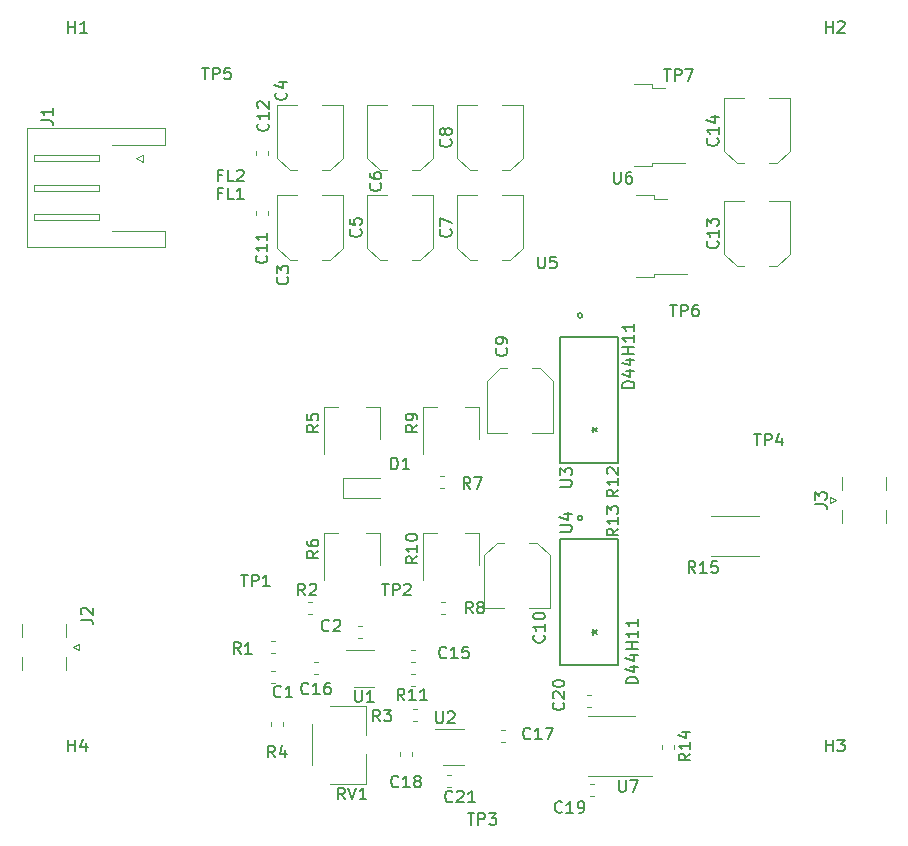
<source format=gto>
G04 #@! TF.GenerationSoftware,KiCad,Pcbnew,(5.1.5)-3*
G04 #@! TF.CreationDate,2020-02-06T00:19:04+09:00*
G04 #@! TF.ProjectId,GradientDriver,47726164-6965-46e7-9444-72697665722e,rev?*
G04 #@! TF.SameCoordinates,Original*
G04 #@! TF.FileFunction,Legend,Top*
G04 #@! TF.FilePolarity,Positive*
%FSLAX46Y46*%
G04 Gerber Fmt 4.6, Leading zero omitted, Abs format (unit mm)*
G04 Created by KiCad (PCBNEW (5.1.5)-3) date 2020-02-06 00:19:04*
%MOMM*%
%LPD*%
G04 APERTURE LIST*
%ADD10C,0.120000*%
%ADD11C,0.152400*%
%ADD12C,0.150000*%
G04 APERTURE END LIST*
D10*
X56828000Y-87962000D02*
X56828000Y-89072000D01*
X56828000Y-85172000D02*
X56828000Y-86282000D01*
X53118000Y-87962000D02*
X53118000Y-89072000D01*
X53118000Y-85172000D02*
X53118000Y-86282000D01*
X57378000Y-87122000D02*
X57878000Y-87372000D01*
X57878000Y-87372000D02*
X57878000Y-86872000D01*
X57878000Y-86872000D02*
X57378000Y-87122000D01*
X53504000Y-48220000D02*
X53504000Y-43160000D01*
X53504000Y-43160000D02*
X65224000Y-43160000D01*
X65224000Y-43160000D02*
X65224000Y-44580000D01*
X65224000Y-44580000D02*
X60724000Y-44580000D01*
X53504000Y-48220000D02*
X53504000Y-53280000D01*
X53504000Y-53280000D02*
X65224000Y-53280000D01*
X65224000Y-53280000D02*
X65224000Y-51860000D01*
X65224000Y-51860000D02*
X60724000Y-51860000D01*
X59614000Y-45470000D02*
X54114000Y-45470000D01*
X54114000Y-45470000D02*
X54114000Y-45970000D01*
X54114000Y-45970000D02*
X59614000Y-45970000D01*
X59614000Y-45970000D02*
X59614000Y-45470000D01*
X59614000Y-47970000D02*
X54114000Y-47970000D01*
X54114000Y-47970000D02*
X54114000Y-48470000D01*
X54114000Y-48470000D02*
X59614000Y-48470000D01*
X59614000Y-48470000D02*
X59614000Y-47970000D01*
X59614000Y-50470000D02*
X54114000Y-50470000D01*
X54114000Y-50470000D02*
X54114000Y-50970000D01*
X54114000Y-50970000D02*
X59614000Y-50970000D01*
X59614000Y-50970000D02*
X59614000Y-50470000D01*
X62714000Y-45720000D02*
X63314000Y-45420000D01*
X63314000Y-45420000D02*
X63314000Y-46020000D01*
X63314000Y-46020000D02*
X62714000Y-45720000D01*
X122550000Y-73836000D02*
X122550000Y-72726000D01*
X122550000Y-76626000D02*
X122550000Y-75516000D01*
X126260000Y-73836000D02*
X126260000Y-72726000D01*
X126260000Y-76626000D02*
X126260000Y-75516000D01*
X122000000Y-74676000D02*
X121500000Y-74426000D01*
X121500000Y-74426000D02*
X121500000Y-74926000D01*
X121500000Y-74926000D02*
X122000000Y-74676000D01*
X90518500Y-94057500D02*
X88088500Y-94057500D01*
X88758500Y-97127500D02*
X90518500Y-97127500D01*
X80289000Y-72810000D02*
X83439000Y-72810000D01*
X80289000Y-74510000D02*
X83439000Y-74510000D01*
X80289000Y-72810000D02*
X80289000Y-74510000D01*
X77661500Y-97080000D02*
X77661500Y-93670000D01*
X82221500Y-98670000D02*
X82221500Y-96210000D01*
X82221500Y-94540000D02*
X82221500Y-92080000D01*
X79167500Y-98670000D02*
X82221500Y-98670000D01*
X79167500Y-92080000D02*
X82221500Y-92080000D01*
X115529564Y-76014000D02*
X111425436Y-76014000D01*
X115529564Y-79434000D02*
X111425436Y-79434000D01*
X87008000Y-77468000D02*
X88208000Y-77468000D01*
X87008000Y-81468000D02*
X87008000Y-77468000D01*
X91808000Y-77468000D02*
X91808000Y-80168000D01*
X90608000Y-77468000D02*
X91808000Y-77468000D01*
X87008000Y-66800000D02*
X88208000Y-66800000D01*
X87008000Y-70800000D02*
X87008000Y-66800000D01*
X91808000Y-66800000D02*
X91808000Y-69500000D01*
X90608000Y-66800000D02*
X91808000Y-66800000D01*
X78626000Y-77468000D02*
X79826000Y-77468000D01*
X78626000Y-81468000D02*
X78626000Y-77468000D01*
X83426000Y-77468000D02*
X83426000Y-80168000D01*
X82226000Y-77468000D02*
X83426000Y-77468000D01*
X78626000Y-66800000D02*
X79826000Y-66800000D01*
X78626000Y-70800000D02*
X78626000Y-66800000D01*
X83426000Y-66800000D02*
X83426000Y-69500000D01*
X82226000Y-66800000D02*
X83426000Y-66800000D01*
X92236000Y-83816500D02*
X93936000Y-83816500D01*
X97756000Y-83816500D02*
X96056000Y-83816500D01*
X97756000Y-79360937D02*
X97756000Y-83816500D01*
X92236000Y-79360937D02*
X92236000Y-83816500D01*
X93300437Y-78296500D02*
X93936000Y-78296500D01*
X96691563Y-78296500D02*
X96056000Y-78296500D01*
X96691563Y-78296500D02*
X97756000Y-79360937D01*
X93300437Y-78296500D02*
X92236000Y-79360937D01*
X101188733Y-99697000D02*
X101531267Y-99697000D01*
X101188733Y-98677000D02*
X101531267Y-98677000D01*
X101249267Y-92204000D02*
X100906733Y-92204000D01*
X101249267Y-91184000D02*
X100906733Y-91184000D01*
X107313000Y-95788267D02*
X107313000Y-95445733D01*
X108333000Y-95788267D02*
X108333000Y-95445733D01*
X102997000Y-92944000D02*
X101047000Y-92944000D01*
X102997000Y-92944000D02*
X104947000Y-92944000D01*
X102997000Y-98064000D02*
X101047000Y-98064000D01*
X102997000Y-98064000D02*
X106447000Y-98064000D01*
X89374767Y-97978500D02*
X89032233Y-97978500D01*
X89374767Y-98998500D02*
X89032233Y-98998500D01*
X74137733Y-90172000D02*
X74480267Y-90172000D01*
X74137733Y-89152000D02*
X74480267Y-89152000D01*
X81503733Y-85342000D02*
X81846267Y-85342000D01*
X81503733Y-86362000D02*
X81846267Y-86362000D01*
X80230000Y-48832500D02*
X78530000Y-48832500D01*
X74710000Y-48832500D02*
X76410000Y-48832500D01*
X74710000Y-53288063D02*
X74710000Y-48832500D01*
X80230000Y-53288063D02*
X80230000Y-48832500D01*
X79165563Y-54352500D02*
X78530000Y-54352500D01*
X75774437Y-54352500D02*
X76410000Y-54352500D01*
X75774437Y-54352500D02*
X74710000Y-53288063D01*
X79165563Y-54352500D02*
X80230000Y-53288063D01*
X79165563Y-46732500D02*
X80230000Y-45668063D01*
X75774437Y-46732500D02*
X74710000Y-45668063D01*
X75774437Y-46732500D02*
X76410000Y-46732500D01*
X79165563Y-46732500D02*
X78530000Y-46732500D01*
X80230000Y-45668063D02*
X80230000Y-41212500D01*
X74710000Y-45668063D02*
X74710000Y-41212500D01*
X74710000Y-41212500D02*
X76410000Y-41212500D01*
X80230000Y-41212500D02*
X78530000Y-41212500D01*
X86785563Y-54352500D02*
X87850000Y-53288063D01*
X83394437Y-54352500D02*
X82330000Y-53288063D01*
X83394437Y-54352500D02*
X84030000Y-54352500D01*
X86785563Y-54352500D02*
X86150000Y-54352500D01*
X87850000Y-53288063D02*
X87850000Y-48832500D01*
X82330000Y-53288063D02*
X82330000Y-48832500D01*
X82330000Y-48832500D02*
X84030000Y-48832500D01*
X87850000Y-48832500D02*
X86150000Y-48832500D01*
X87850000Y-41212500D02*
X86150000Y-41212500D01*
X82330000Y-41212500D02*
X84030000Y-41212500D01*
X82330000Y-45668063D02*
X82330000Y-41212500D01*
X87850000Y-45668063D02*
X87850000Y-41212500D01*
X86785563Y-46732500D02*
X86150000Y-46732500D01*
X83394437Y-46732500D02*
X84030000Y-46732500D01*
X83394437Y-46732500D02*
X82330000Y-45668063D01*
X86785563Y-46732500D02*
X87850000Y-45668063D01*
X94405563Y-54352500D02*
X95470000Y-53288063D01*
X91014437Y-54352500D02*
X89950000Y-53288063D01*
X91014437Y-54352500D02*
X91650000Y-54352500D01*
X94405563Y-54352500D02*
X93770000Y-54352500D01*
X95470000Y-53288063D02*
X95470000Y-48832500D01*
X89950000Y-53288063D02*
X89950000Y-48832500D01*
X89950000Y-48832500D02*
X91650000Y-48832500D01*
X95470000Y-48832500D02*
X93770000Y-48832500D01*
X95470000Y-41212500D02*
X93770000Y-41212500D01*
X89950000Y-41212500D02*
X91650000Y-41212500D01*
X89950000Y-45668063D02*
X89950000Y-41212500D01*
X95470000Y-45668063D02*
X95470000Y-41212500D01*
X94405563Y-46732500D02*
X93770000Y-46732500D01*
X91014437Y-46732500D02*
X91650000Y-46732500D01*
X91014437Y-46732500D02*
X89950000Y-45668063D01*
X94405563Y-46732500D02*
X95470000Y-45668063D01*
X93554437Y-63503500D02*
X92490000Y-64567937D01*
X96945563Y-63503500D02*
X98010000Y-64567937D01*
X96945563Y-63503500D02*
X96310000Y-63503500D01*
X93554437Y-63503500D02*
X94190000Y-63503500D01*
X92490000Y-64567937D02*
X92490000Y-69023500D01*
X98010000Y-64567937D02*
X98010000Y-69023500D01*
X98010000Y-69023500D02*
X96310000Y-69023500D01*
X92490000Y-69023500D02*
X94190000Y-69023500D01*
X72896000Y-50576267D02*
X72896000Y-50233733D01*
X73916000Y-50576267D02*
X73916000Y-50233733D01*
X73916000Y-45496267D02*
X73916000Y-45153733D01*
X72896000Y-45496267D02*
X72896000Y-45153733D01*
X118076000Y-49340500D02*
X116376000Y-49340500D01*
X112556000Y-49340500D02*
X114256000Y-49340500D01*
X112556000Y-53796063D02*
X112556000Y-49340500D01*
X118076000Y-53796063D02*
X118076000Y-49340500D01*
X117011563Y-54860500D02*
X116376000Y-54860500D01*
X113620437Y-54860500D02*
X114256000Y-54860500D01*
X113620437Y-54860500D02*
X112556000Y-53796063D01*
X117011563Y-54860500D02*
X118076000Y-53796063D01*
X117011563Y-46163500D02*
X118076000Y-45099063D01*
X113620437Y-46163500D02*
X112556000Y-45099063D01*
X113620437Y-46163500D02*
X114256000Y-46163500D01*
X117011563Y-46163500D02*
X116376000Y-46163500D01*
X118076000Y-45099063D02*
X118076000Y-40643500D01*
X112556000Y-45099063D02*
X112556000Y-40643500D01*
X112556000Y-40643500D02*
X114256000Y-40643500D01*
X118076000Y-40643500D02*
X116376000Y-40643500D01*
X86047733Y-87374000D02*
X86390267Y-87374000D01*
X86047733Y-88394000D02*
X86390267Y-88394000D01*
X77792733Y-89410000D02*
X78135267Y-89410000D01*
X77792733Y-88390000D02*
X78135267Y-88390000D01*
X93632233Y-95125000D02*
X93974767Y-95125000D01*
X93632233Y-94105000D02*
X93974767Y-94105000D01*
X85088000Y-96324267D02*
X85088000Y-95981733D01*
X86108000Y-96324267D02*
X86108000Y-95981733D01*
X74480267Y-87632000D02*
X74137733Y-87632000D01*
X74480267Y-86612000D02*
X74137733Y-86612000D01*
X77284733Y-83310000D02*
X77627267Y-83310000D01*
X77284733Y-84330000D02*
X77627267Y-84330000D01*
X86545267Y-92327000D02*
X86202733Y-92327000D01*
X86545267Y-93347000D02*
X86202733Y-93347000D01*
X74166000Y-93784267D02*
X74166000Y-93441733D01*
X75186000Y-93784267D02*
X75186000Y-93441733D01*
X88831267Y-73662000D02*
X88488733Y-73662000D01*
X88831267Y-72642000D02*
X88488733Y-72642000D01*
X88587733Y-84330000D02*
X88930267Y-84330000D01*
X88587733Y-83310000D02*
X88930267Y-83310000D01*
X86390267Y-89406000D02*
X86047733Y-89406000D01*
X86390267Y-90426000D02*
X86047733Y-90426000D01*
X81162000Y-90460000D02*
X82922000Y-90460000D01*
X82922000Y-87390000D02*
X80492000Y-87390000D01*
D11*
X100533200Y-59045000D02*
G75*
G03X100533200Y-59045000I-203200J0D01*
G01*
X103517700Y-60823000D02*
X98666300Y-60823000D01*
X103517700Y-71491000D02*
X103517700Y-60823000D01*
X98666300Y-71491000D02*
X103517700Y-71491000D01*
X98666300Y-60823000D02*
X98666300Y-71491000D01*
X98666300Y-77968000D02*
X98666300Y-88636000D01*
X98666300Y-88636000D02*
X103517700Y-88636000D01*
X103517700Y-88636000D02*
X103517700Y-77968000D01*
X103517700Y-77968000D02*
X98666300Y-77968000D01*
X100533200Y-76190000D02*
G75*
G03X100533200Y-76190000I-203200J0D01*
G01*
D10*
X106575000Y-49144000D02*
X107675000Y-49144000D01*
X106575000Y-48874000D02*
X106575000Y-49144000D01*
X105075000Y-48874000D02*
X106575000Y-48874000D01*
X106575000Y-55504000D02*
X109405000Y-55504000D01*
X106575000Y-55774000D02*
X106575000Y-55504000D01*
X105075000Y-55774000D02*
X106575000Y-55774000D01*
X104924000Y-46376000D02*
X106424000Y-46376000D01*
X106424000Y-46376000D02*
X106424000Y-46106000D01*
X106424000Y-46106000D02*
X109254000Y-46106000D01*
X104924000Y-39476000D02*
X106424000Y-39476000D01*
X106424000Y-39476000D02*
X106424000Y-39746000D01*
X106424000Y-39746000D02*
X107524000Y-39746000D01*
D12*
X57023095Y-95947380D02*
X57023095Y-94947380D01*
X57023095Y-95423571D02*
X57594523Y-95423571D01*
X57594523Y-95947380D02*
X57594523Y-94947380D01*
X58499285Y-95280714D02*
X58499285Y-95947380D01*
X58261190Y-94899761D02*
X58023095Y-95614047D01*
X58642142Y-95614047D01*
X121158095Y-95947380D02*
X121158095Y-94947380D01*
X121158095Y-95423571D02*
X121729523Y-95423571D01*
X121729523Y-95947380D02*
X121729523Y-94947380D01*
X122110476Y-94947380D02*
X122729523Y-94947380D01*
X122396190Y-95328333D01*
X122539047Y-95328333D01*
X122634285Y-95375952D01*
X122681904Y-95423571D01*
X122729523Y-95518809D01*
X122729523Y-95756904D01*
X122681904Y-95852142D01*
X122634285Y-95899761D01*
X122539047Y-95947380D01*
X122253333Y-95947380D01*
X122158095Y-95899761D01*
X122110476Y-95852142D01*
X121158095Y-35114380D02*
X121158095Y-34114380D01*
X121158095Y-34590571D02*
X121729523Y-34590571D01*
X121729523Y-35114380D02*
X121729523Y-34114380D01*
X122158095Y-34209619D02*
X122205714Y-34162000D01*
X122300952Y-34114380D01*
X122539047Y-34114380D01*
X122634285Y-34162000D01*
X122681904Y-34209619D01*
X122729523Y-34304857D01*
X122729523Y-34400095D01*
X122681904Y-34542952D01*
X122110476Y-35114380D01*
X122729523Y-35114380D01*
X57023095Y-35114380D02*
X57023095Y-34114380D01*
X57023095Y-34590571D02*
X57594523Y-34590571D01*
X57594523Y-35114380D02*
X57594523Y-34114380D01*
X58594523Y-35114380D02*
X58023095Y-35114380D01*
X58308809Y-35114380D02*
X58308809Y-34114380D01*
X58213571Y-34257238D01*
X58118333Y-34352476D01*
X58023095Y-34400095D01*
X58070380Y-84788333D02*
X58784666Y-84788333D01*
X58927523Y-84835952D01*
X59022761Y-84931190D01*
X59070380Y-85074047D01*
X59070380Y-85169285D01*
X58165619Y-84359761D02*
X58118000Y-84312142D01*
X58070380Y-84216904D01*
X58070380Y-83978809D01*
X58118000Y-83883571D01*
X58165619Y-83835952D01*
X58260857Y-83788333D01*
X58356095Y-83788333D01*
X58498952Y-83835952D01*
X59070380Y-84407380D01*
X59070380Y-83788333D01*
X54697380Y-42497333D02*
X55411666Y-42497333D01*
X55554523Y-42544952D01*
X55649761Y-42640190D01*
X55697380Y-42783047D01*
X55697380Y-42878285D01*
X55697380Y-41497333D02*
X55697380Y-42068761D01*
X55697380Y-41783047D02*
X54697380Y-41783047D01*
X54840238Y-41878285D01*
X54935476Y-41973523D01*
X54983095Y-42068761D01*
X120212380Y-75009333D02*
X120926666Y-75009333D01*
X121069523Y-75056952D01*
X121164761Y-75152190D01*
X121212380Y-75295047D01*
X121212380Y-75390285D01*
X120212380Y-74628380D02*
X120212380Y-74009333D01*
X120593333Y-74342666D01*
X120593333Y-74199809D01*
X120640952Y-74104571D01*
X120688571Y-74056952D01*
X120783809Y-74009333D01*
X121021904Y-74009333D01*
X121117142Y-74056952D01*
X121164761Y-74104571D01*
X121212380Y-74199809D01*
X121212380Y-74485523D01*
X121164761Y-74580761D01*
X121117142Y-74628380D01*
X107450095Y-38187380D02*
X108021523Y-38187380D01*
X107735809Y-39187380D02*
X107735809Y-38187380D01*
X108354857Y-39187380D02*
X108354857Y-38187380D01*
X108735809Y-38187380D01*
X108831047Y-38235000D01*
X108878666Y-38282619D01*
X108926285Y-38377857D01*
X108926285Y-38520714D01*
X108878666Y-38615952D01*
X108831047Y-38663571D01*
X108735809Y-38711190D01*
X108354857Y-38711190D01*
X109259619Y-38187380D02*
X109926285Y-38187380D01*
X109497714Y-39187380D01*
X107958095Y-58126380D02*
X108529523Y-58126380D01*
X108243809Y-59126380D02*
X108243809Y-58126380D01*
X108862857Y-59126380D02*
X108862857Y-58126380D01*
X109243809Y-58126380D01*
X109339047Y-58174000D01*
X109386666Y-58221619D01*
X109434285Y-58316857D01*
X109434285Y-58459714D01*
X109386666Y-58554952D01*
X109339047Y-58602571D01*
X109243809Y-58650190D01*
X108862857Y-58650190D01*
X110291428Y-58126380D02*
X110100952Y-58126380D01*
X110005714Y-58174000D01*
X109958095Y-58221619D01*
X109862857Y-58364476D01*
X109815238Y-58554952D01*
X109815238Y-58935904D01*
X109862857Y-59031142D01*
X109910476Y-59078761D01*
X110005714Y-59126380D01*
X110196190Y-59126380D01*
X110291428Y-59078761D01*
X110339047Y-59031142D01*
X110386666Y-58935904D01*
X110386666Y-58697809D01*
X110339047Y-58602571D01*
X110291428Y-58554952D01*
X110196190Y-58507333D01*
X110005714Y-58507333D01*
X109910476Y-58554952D01*
X109862857Y-58602571D01*
X109815238Y-58697809D01*
X68334095Y-38060380D02*
X68905523Y-38060380D01*
X68619809Y-39060380D02*
X68619809Y-38060380D01*
X69238857Y-39060380D02*
X69238857Y-38060380D01*
X69619809Y-38060380D01*
X69715047Y-38108000D01*
X69762666Y-38155619D01*
X69810285Y-38250857D01*
X69810285Y-38393714D01*
X69762666Y-38488952D01*
X69715047Y-38536571D01*
X69619809Y-38584190D01*
X69238857Y-38584190D01*
X70715047Y-38060380D02*
X70238857Y-38060380D01*
X70191238Y-38536571D01*
X70238857Y-38488952D01*
X70334095Y-38441333D01*
X70572190Y-38441333D01*
X70667428Y-38488952D01*
X70715047Y-38536571D01*
X70762666Y-38631809D01*
X70762666Y-38869904D01*
X70715047Y-38965142D01*
X70667428Y-39012761D01*
X70572190Y-39060380D01*
X70334095Y-39060380D01*
X70238857Y-39012761D01*
X70191238Y-38965142D01*
X115070095Y-69048380D02*
X115641523Y-69048380D01*
X115355809Y-70048380D02*
X115355809Y-69048380D01*
X115974857Y-70048380D02*
X115974857Y-69048380D01*
X116355809Y-69048380D01*
X116451047Y-69096000D01*
X116498666Y-69143619D01*
X116546285Y-69238857D01*
X116546285Y-69381714D01*
X116498666Y-69476952D01*
X116451047Y-69524571D01*
X116355809Y-69572190D01*
X115974857Y-69572190D01*
X117403428Y-69381714D02*
X117403428Y-70048380D01*
X117165333Y-69000761D02*
X116927238Y-69715047D01*
X117546285Y-69715047D01*
X90813095Y-101179380D02*
X91384523Y-101179380D01*
X91098809Y-102179380D02*
X91098809Y-101179380D01*
X91717857Y-102179380D02*
X91717857Y-101179380D01*
X92098809Y-101179380D01*
X92194047Y-101227000D01*
X92241666Y-101274619D01*
X92289285Y-101369857D01*
X92289285Y-101512714D01*
X92241666Y-101607952D01*
X92194047Y-101655571D01*
X92098809Y-101703190D01*
X91717857Y-101703190D01*
X92622619Y-101179380D02*
X93241666Y-101179380D01*
X92908333Y-101560333D01*
X93051190Y-101560333D01*
X93146428Y-101607952D01*
X93194047Y-101655571D01*
X93241666Y-101750809D01*
X93241666Y-101988904D01*
X93194047Y-102084142D01*
X93146428Y-102131761D01*
X93051190Y-102179380D01*
X92765476Y-102179380D01*
X92670238Y-102131761D01*
X92622619Y-102084142D01*
X83574095Y-81748380D02*
X84145523Y-81748380D01*
X83859809Y-82748380D02*
X83859809Y-81748380D01*
X84478857Y-82748380D02*
X84478857Y-81748380D01*
X84859809Y-81748380D01*
X84955047Y-81796000D01*
X85002666Y-81843619D01*
X85050285Y-81938857D01*
X85050285Y-82081714D01*
X85002666Y-82176952D01*
X84955047Y-82224571D01*
X84859809Y-82272190D01*
X84478857Y-82272190D01*
X85431238Y-81843619D02*
X85478857Y-81796000D01*
X85574095Y-81748380D01*
X85812190Y-81748380D01*
X85907428Y-81796000D01*
X85955047Y-81843619D01*
X86002666Y-81938857D01*
X86002666Y-82034095D01*
X85955047Y-82176952D01*
X85383619Y-82748380D01*
X86002666Y-82748380D01*
X71636095Y-80986380D02*
X72207523Y-80986380D01*
X71921809Y-81986380D02*
X71921809Y-80986380D01*
X72540857Y-81986380D02*
X72540857Y-80986380D01*
X72921809Y-80986380D01*
X73017047Y-81034000D01*
X73064666Y-81081619D01*
X73112285Y-81176857D01*
X73112285Y-81319714D01*
X73064666Y-81414952D01*
X73017047Y-81462571D01*
X72921809Y-81510190D01*
X72540857Y-81510190D01*
X74064666Y-81986380D02*
X73493238Y-81986380D01*
X73778952Y-81986380D02*
X73778952Y-80986380D01*
X73683714Y-81129238D01*
X73588476Y-81224476D01*
X73493238Y-81272095D01*
X103576380Y-77096857D02*
X103100190Y-77430190D01*
X103576380Y-77668285D02*
X102576380Y-77668285D01*
X102576380Y-77287333D01*
X102624000Y-77192095D01*
X102671619Y-77144476D01*
X102766857Y-77096857D01*
X102909714Y-77096857D01*
X103004952Y-77144476D01*
X103052571Y-77192095D01*
X103100190Y-77287333D01*
X103100190Y-77668285D01*
X103576380Y-76144476D02*
X103576380Y-76715904D01*
X103576380Y-76430190D02*
X102576380Y-76430190D01*
X102719238Y-76525428D01*
X102814476Y-76620666D01*
X102862095Y-76715904D01*
X102576380Y-75811142D02*
X102576380Y-75192095D01*
X102957333Y-75525428D01*
X102957333Y-75382571D01*
X103004952Y-75287333D01*
X103052571Y-75239714D01*
X103147809Y-75192095D01*
X103385904Y-75192095D01*
X103481142Y-75239714D01*
X103528761Y-75287333D01*
X103576380Y-75382571D01*
X103576380Y-75668285D01*
X103528761Y-75763523D01*
X103481142Y-75811142D01*
X103576380Y-73794857D02*
X103100190Y-74128190D01*
X103576380Y-74366285D02*
X102576380Y-74366285D01*
X102576380Y-73985333D01*
X102624000Y-73890095D01*
X102671619Y-73842476D01*
X102766857Y-73794857D01*
X102909714Y-73794857D01*
X103004952Y-73842476D01*
X103052571Y-73890095D01*
X103100190Y-73985333D01*
X103100190Y-74366285D01*
X103576380Y-72842476D02*
X103576380Y-73413904D01*
X103576380Y-73128190D02*
X102576380Y-73128190D01*
X102719238Y-73223428D01*
X102814476Y-73318666D01*
X102862095Y-73413904D01*
X102671619Y-72461523D02*
X102624000Y-72413904D01*
X102576380Y-72318666D01*
X102576380Y-72080571D01*
X102624000Y-71985333D01*
X102671619Y-71937714D01*
X102766857Y-71890095D01*
X102862095Y-71890095D01*
X103004952Y-71937714D01*
X103576380Y-72509142D01*
X103576380Y-71890095D01*
X88138095Y-92569880D02*
X88138095Y-93379404D01*
X88185714Y-93474642D01*
X88233333Y-93522261D01*
X88328571Y-93569880D01*
X88519047Y-93569880D01*
X88614285Y-93522261D01*
X88661904Y-93474642D01*
X88709523Y-93379404D01*
X88709523Y-92569880D01*
X89138095Y-92665119D02*
X89185714Y-92617500D01*
X89280952Y-92569880D01*
X89519047Y-92569880D01*
X89614285Y-92617500D01*
X89661904Y-92665119D01*
X89709523Y-92760357D01*
X89709523Y-92855595D01*
X89661904Y-92998452D01*
X89090476Y-93569880D01*
X89709523Y-93569880D01*
X84351904Y-72080380D02*
X84351904Y-71080380D01*
X84590000Y-71080380D01*
X84732857Y-71128000D01*
X84828095Y-71223238D01*
X84875714Y-71318476D01*
X84923333Y-71508952D01*
X84923333Y-71651809D01*
X84875714Y-71842285D01*
X84828095Y-71937523D01*
X84732857Y-72032761D01*
X84590000Y-72080380D01*
X84351904Y-72080380D01*
X85875714Y-72080380D02*
X85304285Y-72080380D01*
X85590000Y-72080380D02*
X85590000Y-71080380D01*
X85494761Y-71223238D01*
X85399523Y-71318476D01*
X85304285Y-71366095D01*
X80430761Y-100020380D02*
X80097428Y-99544190D01*
X79859333Y-100020380D02*
X79859333Y-99020380D01*
X80240285Y-99020380D01*
X80335523Y-99068000D01*
X80383142Y-99115619D01*
X80430761Y-99210857D01*
X80430761Y-99353714D01*
X80383142Y-99448952D01*
X80335523Y-99496571D01*
X80240285Y-99544190D01*
X79859333Y-99544190D01*
X80716476Y-99020380D02*
X81049809Y-100020380D01*
X81383142Y-99020380D01*
X82240285Y-100020380D02*
X81668857Y-100020380D01*
X81954571Y-100020380D02*
X81954571Y-99020380D01*
X81859333Y-99163238D01*
X81764095Y-99258476D01*
X81668857Y-99306095D01*
X110101142Y-80843380D02*
X109767809Y-80367190D01*
X109529714Y-80843380D02*
X109529714Y-79843380D01*
X109910666Y-79843380D01*
X110005904Y-79891000D01*
X110053523Y-79938619D01*
X110101142Y-80033857D01*
X110101142Y-80176714D01*
X110053523Y-80271952D01*
X110005904Y-80319571D01*
X109910666Y-80367190D01*
X109529714Y-80367190D01*
X111053523Y-80843380D02*
X110482095Y-80843380D01*
X110767809Y-80843380D02*
X110767809Y-79843380D01*
X110672571Y-79986238D01*
X110577333Y-80081476D01*
X110482095Y-80129095D01*
X111958285Y-79843380D02*
X111482095Y-79843380D01*
X111434476Y-80319571D01*
X111482095Y-80271952D01*
X111577333Y-80224333D01*
X111815428Y-80224333D01*
X111910666Y-80271952D01*
X111958285Y-80319571D01*
X112005904Y-80414809D01*
X112005904Y-80652904D01*
X111958285Y-80748142D01*
X111910666Y-80795761D01*
X111815428Y-80843380D01*
X111577333Y-80843380D01*
X111482095Y-80795761D01*
X111434476Y-80748142D01*
X86560380Y-79440857D02*
X86084190Y-79774190D01*
X86560380Y-80012285D02*
X85560380Y-80012285D01*
X85560380Y-79631333D01*
X85608000Y-79536095D01*
X85655619Y-79488476D01*
X85750857Y-79440857D01*
X85893714Y-79440857D01*
X85988952Y-79488476D01*
X86036571Y-79536095D01*
X86084190Y-79631333D01*
X86084190Y-80012285D01*
X86560380Y-78488476D02*
X86560380Y-79059904D01*
X86560380Y-78774190D02*
X85560380Y-78774190D01*
X85703238Y-78869428D01*
X85798476Y-78964666D01*
X85846095Y-79059904D01*
X85560380Y-77869428D02*
X85560380Y-77774190D01*
X85608000Y-77678952D01*
X85655619Y-77631333D01*
X85750857Y-77583714D01*
X85941333Y-77536095D01*
X86179428Y-77536095D01*
X86369904Y-77583714D01*
X86465142Y-77631333D01*
X86512761Y-77678952D01*
X86560380Y-77774190D01*
X86560380Y-77869428D01*
X86512761Y-77964666D01*
X86465142Y-78012285D01*
X86369904Y-78059904D01*
X86179428Y-78107523D01*
X85941333Y-78107523D01*
X85750857Y-78059904D01*
X85655619Y-78012285D01*
X85608000Y-77964666D01*
X85560380Y-77869428D01*
X86560380Y-68296666D02*
X86084190Y-68630000D01*
X86560380Y-68868095D02*
X85560380Y-68868095D01*
X85560380Y-68487142D01*
X85608000Y-68391904D01*
X85655619Y-68344285D01*
X85750857Y-68296666D01*
X85893714Y-68296666D01*
X85988952Y-68344285D01*
X86036571Y-68391904D01*
X86084190Y-68487142D01*
X86084190Y-68868095D01*
X86560380Y-67820476D02*
X86560380Y-67630000D01*
X86512761Y-67534761D01*
X86465142Y-67487142D01*
X86322285Y-67391904D01*
X86131809Y-67344285D01*
X85750857Y-67344285D01*
X85655619Y-67391904D01*
X85608000Y-67439523D01*
X85560380Y-67534761D01*
X85560380Y-67725238D01*
X85608000Y-67820476D01*
X85655619Y-67868095D01*
X85750857Y-67915714D01*
X85988952Y-67915714D01*
X86084190Y-67868095D01*
X86131809Y-67820476D01*
X86179428Y-67725238D01*
X86179428Y-67534761D01*
X86131809Y-67439523D01*
X86084190Y-67391904D01*
X85988952Y-67344285D01*
X78178380Y-78964666D02*
X77702190Y-79298000D01*
X78178380Y-79536095D02*
X77178380Y-79536095D01*
X77178380Y-79155142D01*
X77226000Y-79059904D01*
X77273619Y-79012285D01*
X77368857Y-78964666D01*
X77511714Y-78964666D01*
X77606952Y-79012285D01*
X77654571Y-79059904D01*
X77702190Y-79155142D01*
X77702190Y-79536095D01*
X77178380Y-78107523D02*
X77178380Y-78298000D01*
X77226000Y-78393238D01*
X77273619Y-78440857D01*
X77416476Y-78536095D01*
X77606952Y-78583714D01*
X77987904Y-78583714D01*
X78083142Y-78536095D01*
X78130761Y-78488476D01*
X78178380Y-78393238D01*
X78178380Y-78202761D01*
X78130761Y-78107523D01*
X78083142Y-78059904D01*
X77987904Y-78012285D01*
X77749809Y-78012285D01*
X77654571Y-78059904D01*
X77606952Y-78107523D01*
X77559333Y-78202761D01*
X77559333Y-78393238D01*
X77606952Y-78488476D01*
X77654571Y-78536095D01*
X77749809Y-78583714D01*
X78178380Y-68296666D02*
X77702190Y-68630000D01*
X78178380Y-68868095D02*
X77178380Y-68868095D01*
X77178380Y-68487142D01*
X77226000Y-68391904D01*
X77273619Y-68344285D01*
X77368857Y-68296666D01*
X77511714Y-68296666D01*
X77606952Y-68344285D01*
X77654571Y-68391904D01*
X77702190Y-68487142D01*
X77702190Y-68868095D01*
X77178380Y-67391904D02*
X77178380Y-67868095D01*
X77654571Y-67915714D01*
X77606952Y-67868095D01*
X77559333Y-67772857D01*
X77559333Y-67534761D01*
X77606952Y-67439523D01*
X77654571Y-67391904D01*
X77749809Y-67344285D01*
X77987904Y-67344285D01*
X78083142Y-67391904D01*
X78130761Y-67439523D01*
X78178380Y-67534761D01*
X78178380Y-67772857D01*
X78130761Y-67868095D01*
X78083142Y-67915714D01*
X97258142Y-86113857D02*
X97305761Y-86161476D01*
X97353380Y-86304333D01*
X97353380Y-86399571D01*
X97305761Y-86542428D01*
X97210523Y-86637666D01*
X97115285Y-86685285D01*
X96924809Y-86732904D01*
X96781952Y-86732904D01*
X96591476Y-86685285D01*
X96496238Y-86637666D01*
X96401000Y-86542428D01*
X96353380Y-86399571D01*
X96353380Y-86304333D01*
X96401000Y-86161476D01*
X96448619Y-86113857D01*
X97353380Y-85161476D02*
X97353380Y-85732904D01*
X97353380Y-85447190D02*
X96353380Y-85447190D01*
X96496238Y-85542428D01*
X96591476Y-85637666D01*
X96639095Y-85732904D01*
X96353380Y-84542428D02*
X96353380Y-84447190D01*
X96401000Y-84351952D01*
X96448619Y-84304333D01*
X96543857Y-84256714D01*
X96734333Y-84209095D01*
X96972428Y-84209095D01*
X97162904Y-84256714D01*
X97258142Y-84304333D01*
X97305761Y-84351952D01*
X97353380Y-84447190D01*
X97353380Y-84542428D01*
X97305761Y-84637666D01*
X97258142Y-84685285D01*
X97162904Y-84732904D01*
X96972428Y-84780523D01*
X96734333Y-84780523D01*
X96543857Y-84732904D01*
X96448619Y-84685285D01*
X96401000Y-84637666D01*
X96353380Y-84542428D01*
X98798142Y-101068142D02*
X98750523Y-101115761D01*
X98607666Y-101163380D01*
X98512428Y-101163380D01*
X98369571Y-101115761D01*
X98274333Y-101020523D01*
X98226714Y-100925285D01*
X98179095Y-100734809D01*
X98179095Y-100591952D01*
X98226714Y-100401476D01*
X98274333Y-100306238D01*
X98369571Y-100211000D01*
X98512428Y-100163380D01*
X98607666Y-100163380D01*
X98750523Y-100211000D01*
X98798142Y-100258619D01*
X99750523Y-101163380D02*
X99179095Y-101163380D01*
X99464809Y-101163380D02*
X99464809Y-100163380D01*
X99369571Y-100306238D01*
X99274333Y-100401476D01*
X99179095Y-100449095D01*
X100226714Y-101163380D02*
X100417190Y-101163380D01*
X100512428Y-101115761D01*
X100560047Y-101068142D01*
X100655285Y-100925285D01*
X100702904Y-100734809D01*
X100702904Y-100353857D01*
X100655285Y-100258619D01*
X100607666Y-100211000D01*
X100512428Y-100163380D01*
X100321952Y-100163380D01*
X100226714Y-100211000D01*
X100179095Y-100258619D01*
X100131476Y-100353857D01*
X100131476Y-100591952D01*
X100179095Y-100687190D01*
X100226714Y-100734809D01*
X100321952Y-100782428D01*
X100512428Y-100782428D01*
X100607666Y-100734809D01*
X100655285Y-100687190D01*
X100702904Y-100591952D01*
X98909142Y-91828857D02*
X98956761Y-91876476D01*
X99004380Y-92019333D01*
X99004380Y-92114571D01*
X98956761Y-92257428D01*
X98861523Y-92352666D01*
X98766285Y-92400285D01*
X98575809Y-92447904D01*
X98432952Y-92447904D01*
X98242476Y-92400285D01*
X98147238Y-92352666D01*
X98052000Y-92257428D01*
X98004380Y-92114571D01*
X98004380Y-92019333D01*
X98052000Y-91876476D01*
X98099619Y-91828857D01*
X98099619Y-91447904D02*
X98052000Y-91400285D01*
X98004380Y-91305047D01*
X98004380Y-91066952D01*
X98052000Y-90971714D01*
X98099619Y-90924095D01*
X98194857Y-90876476D01*
X98290095Y-90876476D01*
X98432952Y-90924095D01*
X99004380Y-91495523D01*
X99004380Y-90876476D01*
X98004380Y-90257428D02*
X98004380Y-90162190D01*
X98052000Y-90066952D01*
X98099619Y-90019333D01*
X98194857Y-89971714D01*
X98385333Y-89924095D01*
X98623428Y-89924095D01*
X98813904Y-89971714D01*
X98909142Y-90019333D01*
X98956761Y-90066952D01*
X99004380Y-90162190D01*
X99004380Y-90257428D01*
X98956761Y-90352666D01*
X98909142Y-90400285D01*
X98813904Y-90447904D01*
X98623428Y-90495523D01*
X98385333Y-90495523D01*
X98194857Y-90447904D01*
X98099619Y-90400285D01*
X98052000Y-90352666D01*
X98004380Y-90257428D01*
X109672380Y-96146857D02*
X109196190Y-96480190D01*
X109672380Y-96718285D02*
X108672380Y-96718285D01*
X108672380Y-96337333D01*
X108720000Y-96242095D01*
X108767619Y-96194476D01*
X108862857Y-96146857D01*
X109005714Y-96146857D01*
X109100952Y-96194476D01*
X109148571Y-96242095D01*
X109196190Y-96337333D01*
X109196190Y-96718285D01*
X109672380Y-95194476D02*
X109672380Y-95765904D01*
X109672380Y-95480190D02*
X108672380Y-95480190D01*
X108815238Y-95575428D01*
X108910476Y-95670666D01*
X108958095Y-95765904D01*
X109005714Y-94337333D02*
X109672380Y-94337333D01*
X108624761Y-94575428D02*
X109339047Y-94813523D01*
X109339047Y-94194476D01*
X103632095Y-98385380D02*
X103632095Y-99194904D01*
X103679714Y-99290142D01*
X103727333Y-99337761D01*
X103822571Y-99385380D01*
X104013047Y-99385380D01*
X104108285Y-99337761D01*
X104155904Y-99290142D01*
X104203523Y-99194904D01*
X104203523Y-98385380D01*
X104584476Y-98385380D02*
X105251142Y-98385380D01*
X104822571Y-99385380D01*
X89527142Y-100179142D02*
X89479523Y-100226761D01*
X89336666Y-100274380D01*
X89241428Y-100274380D01*
X89098571Y-100226761D01*
X89003333Y-100131523D01*
X88955714Y-100036285D01*
X88908095Y-99845809D01*
X88908095Y-99702952D01*
X88955714Y-99512476D01*
X89003333Y-99417238D01*
X89098571Y-99322000D01*
X89241428Y-99274380D01*
X89336666Y-99274380D01*
X89479523Y-99322000D01*
X89527142Y-99369619D01*
X89908095Y-99369619D02*
X89955714Y-99322000D01*
X90050952Y-99274380D01*
X90289047Y-99274380D01*
X90384285Y-99322000D01*
X90431904Y-99369619D01*
X90479523Y-99464857D01*
X90479523Y-99560095D01*
X90431904Y-99702952D01*
X89860476Y-100274380D01*
X90479523Y-100274380D01*
X91431904Y-100274380D02*
X90860476Y-100274380D01*
X91146190Y-100274380D02*
X91146190Y-99274380D01*
X91050952Y-99417238D01*
X90955714Y-99512476D01*
X90860476Y-99560095D01*
X70000904Y-47172571D02*
X69667571Y-47172571D01*
X69667571Y-47696380D02*
X69667571Y-46696380D01*
X70143761Y-46696380D01*
X71000904Y-47696380D02*
X70524714Y-47696380D01*
X70524714Y-46696380D01*
X71286619Y-46791619D02*
X71334238Y-46744000D01*
X71429476Y-46696380D01*
X71667571Y-46696380D01*
X71762809Y-46744000D01*
X71810428Y-46791619D01*
X71858047Y-46886857D01*
X71858047Y-46982095D01*
X71810428Y-47124952D01*
X71239000Y-47696380D01*
X71858047Y-47696380D01*
X70000904Y-48696571D02*
X69667571Y-48696571D01*
X69667571Y-49220380D02*
X69667571Y-48220380D01*
X70143761Y-48220380D01*
X71000904Y-49220380D02*
X70524714Y-49220380D01*
X70524714Y-48220380D01*
X71858047Y-49220380D02*
X71286619Y-49220380D01*
X71572333Y-49220380D02*
X71572333Y-48220380D01*
X71477095Y-48363238D01*
X71381857Y-48458476D01*
X71286619Y-48506095D01*
X75017333Y-91289142D02*
X74969714Y-91336761D01*
X74826857Y-91384380D01*
X74731619Y-91384380D01*
X74588761Y-91336761D01*
X74493523Y-91241523D01*
X74445904Y-91146285D01*
X74398285Y-90955809D01*
X74398285Y-90812952D01*
X74445904Y-90622476D01*
X74493523Y-90527238D01*
X74588761Y-90432000D01*
X74731619Y-90384380D01*
X74826857Y-90384380D01*
X74969714Y-90432000D01*
X75017333Y-90479619D01*
X75969714Y-91384380D02*
X75398285Y-91384380D01*
X75684000Y-91384380D02*
X75684000Y-90384380D01*
X75588761Y-90527238D01*
X75493523Y-90622476D01*
X75398285Y-90670095D01*
X79081333Y-85701142D02*
X79033714Y-85748761D01*
X78890857Y-85796380D01*
X78795619Y-85796380D01*
X78652761Y-85748761D01*
X78557523Y-85653523D01*
X78509904Y-85558285D01*
X78462285Y-85367809D01*
X78462285Y-85224952D01*
X78509904Y-85034476D01*
X78557523Y-84939238D01*
X78652761Y-84844000D01*
X78795619Y-84796380D01*
X78890857Y-84796380D01*
X79033714Y-84844000D01*
X79081333Y-84891619D01*
X79462285Y-84891619D02*
X79509904Y-84844000D01*
X79605142Y-84796380D01*
X79843238Y-84796380D01*
X79938476Y-84844000D01*
X79986095Y-84891619D01*
X80033714Y-84986857D01*
X80033714Y-85082095D01*
X79986095Y-85224952D01*
X79414666Y-85796380D01*
X80033714Y-85796380D01*
X75541142Y-55792666D02*
X75588761Y-55840285D01*
X75636380Y-55983142D01*
X75636380Y-56078380D01*
X75588761Y-56221238D01*
X75493523Y-56316476D01*
X75398285Y-56364095D01*
X75207809Y-56411714D01*
X75064952Y-56411714D01*
X74874476Y-56364095D01*
X74779238Y-56316476D01*
X74684000Y-56221238D01*
X74636380Y-56078380D01*
X74636380Y-55983142D01*
X74684000Y-55840285D01*
X74731619Y-55792666D01*
X74636380Y-55459333D02*
X74636380Y-54840285D01*
X75017333Y-55173619D01*
X75017333Y-55030761D01*
X75064952Y-54935523D01*
X75112571Y-54887904D01*
X75207809Y-54840285D01*
X75445904Y-54840285D01*
X75541142Y-54887904D01*
X75588761Y-54935523D01*
X75636380Y-55030761D01*
X75636380Y-55316476D01*
X75588761Y-55411714D01*
X75541142Y-55459333D01*
X75414142Y-40171666D02*
X75461761Y-40219285D01*
X75509380Y-40362142D01*
X75509380Y-40457380D01*
X75461761Y-40600238D01*
X75366523Y-40695476D01*
X75271285Y-40743095D01*
X75080809Y-40790714D01*
X74937952Y-40790714D01*
X74747476Y-40743095D01*
X74652238Y-40695476D01*
X74557000Y-40600238D01*
X74509380Y-40457380D01*
X74509380Y-40362142D01*
X74557000Y-40219285D01*
X74604619Y-40171666D01*
X74842714Y-39314523D02*
X75509380Y-39314523D01*
X74461761Y-39552619D02*
X75176047Y-39790714D01*
X75176047Y-39171666D01*
X81747142Y-51759166D02*
X81794761Y-51806785D01*
X81842380Y-51949642D01*
X81842380Y-52044880D01*
X81794761Y-52187738D01*
X81699523Y-52282976D01*
X81604285Y-52330595D01*
X81413809Y-52378214D01*
X81270952Y-52378214D01*
X81080476Y-52330595D01*
X80985238Y-52282976D01*
X80890000Y-52187738D01*
X80842380Y-52044880D01*
X80842380Y-51949642D01*
X80890000Y-51806785D01*
X80937619Y-51759166D01*
X80842380Y-50854404D02*
X80842380Y-51330595D01*
X81318571Y-51378214D01*
X81270952Y-51330595D01*
X81223333Y-51235357D01*
X81223333Y-50997261D01*
X81270952Y-50902023D01*
X81318571Y-50854404D01*
X81413809Y-50806785D01*
X81651904Y-50806785D01*
X81747142Y-50854404D01*
X81794761Y-50902023D01*
X81842380Y-50997261D01*
X81842380Y-51235357D01*
X81794761Y-51330595D01*
X81747142Y-51378214D01*
X83415142Y-47855166D02*
X83462761Y-47902785D01*
X83510380Y-48045642D01*
X83510380Y-48140880D01*
X83462761Y-48283738D01*
X83367523Y-48378976D01*
X83272285Y-48426595D01*
X83081809Y-48474214D01*
X82938952Y-48474214D01*
X82748476Y-48426595D01*
X82653238Y-48378976D01*
X82558000Y-48283738D01*
X82510380Y-48140880D01*
X82510380Y-48045642D01*
X82558000Y-47902785D01*
X82605619Y-47855166D01*
X82510380Y-46998023D02*
X82510380Y-47188500D01*
X82558000Y-47283738D01*
X82605619Y-47331357D01*
X82748476Y-47426595D01*
X82938952Y-47474214D01*
X83319904Y-47474214D01*
X83415142Y-47426595D01*
X83462761Y-47378976D01*
X83510380Y-47283738D01*
X83510380Y-47093261D01*
X83462761Y-46998023D01*
X83415142Y-46950404D01*
X83319904Y-46902785D01*
X83081809Y-46902785D01*
X82986571Y-46950404D01*
X82938952Y-46998023D01*
X82891333Y-47093261D01*
X82891333Y-47283738D01*
X82938952Y-47378976D01*
X82986571Y-47426595D01*
X83081809Y-47474214D01*
X89367142Y-51759166D02*
X89414761Y-51806785D01*
X89462380Y-51949642D01*
X89462380Y-52044880D01*
X89414761Y-52187738D01*
X89319523Y-52282976D01*
X89224285Y-52330595D01*
X89033809Y-52378214D01*
X88890952Y-52378214D01*
X88700476Y-52330595D01*
X88605238Y-52282976D01*
X88510000Y-52187738D01*
X88462380Y-52044880D01*
X88462380Y-51949642D01*
X88510000Y-51806785D01*
X88557619Y-51759166D01*
X88462380Y-51425833D02*
X88462380Y-50759166D01*
X89462380Y-51187738D01*
X89367142Y-44139166D02*
X89414761Y-44186785D01*
X89462380Y-44329642D01*
X89462380Y-44424880D01*
X89414761Y-44567738D01*
X89319523Y-44662976D01*
X89224285Y-44710595D01*
X89033809Y-44758214D01*
X88890952Y-44758214D01*
X88700476Y-44710595D01*
X88605238Y-44662976D01*
X88510000Y-44567738D01*
X88462380Y-44424880D01*
X88462380Y-44329642D01*
X88510000Y-44186785D01*
X88557619Y-44139166D01*
X88890952Y-43567738D02*
X88843333Y-43662976D01*
X88795714Y-43710595D01*
X88700476Y-43758214D01*
X88652857Y-43758214D01*
X88557619Y-43710595D01*
X88510000Y-43662976D01*
X88462380Y-43567738D01*
X88462380Y-43377261D01*
X88510000Y-43282023D01*
X88557619Y-43234404D01*
X88652857Y-43186785D01*
X88700476Y-43186785D01*
X88795714Y-43234404D01*
X88843333Y-43282023D01*
X88890952Y-43377261D01*
X88890952Y-43567738D01*
X88938571Y-43662976D01*
X88986190Y-43710595D01*
X89081428Y-43758214D01*
X89271904Y-43758214D01*
X89367142Y-43710595D01*
X89414761Y-43662976D01*
X89462380Y-43567738D01*
X89462380Y-43377261D01*
X89414761Y-43282023D01*
X89367142Y-43234404D01*
X89271904Y-43186785D01*
X89081428Y-43186785D01*
X88986190Y-43234404D01*
X88938571Y-43282023D01*
X88890952Y-43377261D01*
X94083142Y-61827666D02*
X94130761Y-61875285D01*
X94178380Y-62018142D01*
X94178380Y-62113380D01*
X94130761Y-62256238D01*
X94035523Y-62351476D01*
X93940285Y-62399095D01*
X93749809Y-62446714D01*
X93606952Y-62446714D01*
X93416476Y-62399095D01*
X93321238Y-62351476D01*
X93226000Y-62256238D01*
X93178380Y-62113380D01*
X93178380Y-62018142D01*
X93226000Y-61875285D01*
X93273619Y-61827666D01*
X94178380Y-61351476D02*
X94178380Y-61161000D01*
X94130761Y-61065761D01*
X94083142Y-61018142D01*
X93940285Y-60922904D01*
X93749809Y-60875285D01*
X93368857Y-60875285D01*
X93273619Y-60922904D01*
X93226000Y-60970523D01*
X93178380Y-61065761D01*
X93178380Y-61256238D01*
X93226000Y-61351476D01*
X93273619Y-61399095D01*
X93368857Y-61446714D01*
X93606952Y-61446714D01*
X93702190Y-61399095D01*
X93749809Y-61351476D01*
X93797428Y-61256238D01*
X93797428Y-61065761D01*
X93749809Y-60970523D01*
X93702190Y-60922904D01*
X93606952Y-60875285D01*
X73763142Y-53982857D02*
X73810761Y-54030476D01*
X73858380Y-54173333D01*
X73858380Y-54268571D01*
X73810761Y-54411428D01*
X73715523Y-54506666D01*
X73620285Y-54554285D01*
X73429809Y-54601904D01*
X73286952Y-54601904D01*
X73096476Y-54554285D01*
X73001238Y-54506666D01*
X72906000Y-54411428D01*
X72858380Y-54268571D01*
X72858380Y-54173333D01*
X72906000Y-54030476D01*
X72953619Y-53982857D01*
X73858380Y-53030476D02*
X73858380Y-53601904D01*
X73858380Y-53316190D02*
X72858380Y-53316190D01*
X73001238Y-53411428D01*
X73096476Y-53506666D01*
X73144095Y-53601904D01*
X73858380Y-52078095D02*
X73858380Y-52649523D01*
X73858380Y-52363809D02*
X72858380Y-52363809D01*
X73001238Y-52459047D01*
X73096476Y-52554285D01*
X73144095Y-52649523D01*
X73890142Y-42806857D02*
X73937761Y-42854476D01*
X73985380Y-42997333D01*
X73985380Y-43092571D01*
X73937761Y-43235428D01*
X73842523Y-43330666D01*
X73747285Y-43378285D01*
X73556809Y-43425904D01*
X73413952Y-43425904D01*
X73223476Y-43378285D01*
X73128238Y-43330666D01*
X73033000Y-43235428D01*
X72985380Y-43092571D01*
X72985380Y-42997333D01*
X73033000Y-42854476D01*
X73080619Y-42806857D01*
X73985380Y-41854476D02*
X73985380Y-42425904D01*
X73985380Y-42140190D02*
X72985380Y-42140190D01*
X73128238Y-42235428D01*
X73223476Y-42330666D01*
X73271095Y-42425904D01*
X73080619Y-41473523D02*
X73033000Y-41425904D01*
X72985380Y-41330666D01*
X72985380Y-41092571D01*
X73033000Y-40997333D01*
X73080619Y-40949714D01*
X73175857Y-40902095D01*
X73271095Y-40902095D01*
X73413952Y-40949714D01*
X73985380Y-41521142D01*
X73985380Y-40902095D01*
X111973142Y-52743357D02*
X112020761Y-52790976D01*
X112068380Y-52933833D01*
X112068380Y-53029071D01*
X112020761Y-53171928D01*
X111925523Y-53267166D01*
X111830285Y-53314785D01*
X111639809Y-53362404D01*
X111496952Y-53362404D01*
X111306476Y-53314785D01*
X111211238Y-53267166D01*
X111116000Y-53171928D01*
X111068380Y-53029071D01*
X111068380Y-52933833D01*
X111116000Y-52790976D01*
X111163619Y-52743357D01*
X112068380Y-51790976D02*
X112068380Y-52362404D01*
X112068380Y-52076690D02*
X111068380Y-52076690D01*
X111211238Y-52171928D01*
X111306476Y-52267166D01*
X111354095Y-52362404D01*
X111068380Y-51457642D02*
X111068380Y-50838595D01*
X111449333Y-51171928D01*
X111449333Y-51029071D01*
X111496952Y-50933833D01*
X111544571Y-50886214D01*
X111639809Y-50838595D01*
X111877904Y-50838595D01*
X111973142Y-50886214D01*
X112020761Y-50933833D01*
X112068380Y-51029071D01*
X112068380Y-51314785D01*
X112020761Y-51410023D01*
X111973142Y-51457642D01*
X111973142Y-44046357D02*
X112020761Y-44093976D01*
X112068380Y-44236833D01*
X112068380Y-44332071D01*
X112020761Y-44474928D01*
X111925523Y-44570166D01*
X111830285Y-44617785D01*
X111639809Y-44665404D01*
X111496952Y-44665404D01*
X111306476Y-44617785D01*
X111211238Y-44570166D01*
X111116000Y-44474928D01*
X111068380Y-44332071D01*
X111068380Y-44236833D01*
X111116000Y-44093976D01*
X111163619Y-44046357D01*
X112068380Y-43093976D02*
X112068380Y-43665404D01*
X112068380Y-43379690D02*
X111068380Y-43379690D01*
X111211238Y-43474928D01*
X111306476Y-43570166D01*
X111354095Y-43665404D01*
X111401714Y-42236833D02*
X112068380Y-42236833D01*
X111020761Y-42474928D02*
X111735047Y-42713023D01*
X111735047Y-42093976D01*
X89019142Y-87987142D02*
X88971523Y-88034761D01*
X88828666Y-88082380D01*
X88733428Y-88082380D01*
X88590571Y-88034761D01*
X88495333Y-87939523D01*
X88447714Y-87844285D01*
X88400095Y-87653809D01*
X88400095Y-87510952D01*
X88447714Y-87320476D01*
X88495333Y-87225238D01*
X88590571Y-87130000D01*
X88733428Y-87082380D01*
X88828666Y-87082380D01*
X88971523Y-87130000D01*
X89019142Y-87177619D01*
X89971523Y-88082380D02*
X89400095Y-88082380D01*
X89685809Y-88082380D02*
X89685809Y-87082380D01*
X89590571Y-87225238D01*
X89495333Y-87320476D01*
X89400095Y-87368095D01*
X90876285Y-87082380D02*
X90400095Y-87082380D01*
X90352476Y-87558571D01*
X90400095Y-87510952D01*
X90495333Y-87463333D01*
X90733428Y-87463333D01*
X90828666Y-87510952D01*
X90876285Y-87558571D01*
X90923904Y-87653809D01*
X90923904Y-87891904D01*
X90876285Y-87987142D01*
X90828666Y-88034761D01*
X90733428Y-88082380D01*
X90495333Y-88082380D01*
X90400095Y-88034761D01*
X90352476Y-87987142D01*
X77335142Y-91035142D02*
X77287523Y-91082761D01*
X77144666Y-91130380D01*
X77049428Y-91130380D01*
X76906571Y-91082761D01*
X76811333Y-90987523D01*
X76763714Y-90892285D01*
X76716095Y-90701809D01*
X76716095Y-90558952D01*
X76763714Y-90368476D01*
X76811333Y-90273238D01*
X76906571Y-90178000D01*
X77049428Y-90130380D01*
X77144666Y-90130380D01*
X77287523Y-90178000D01*
X77335142Y-90225619D01*
X78287523Y-91130380D02*
X77716095Y-91130380D01*
X78001809Y-91130380D02*
X78001809Y-90130380D01*
X77906571Y-90273238D01*
X77811333Y-90368476D01*
X77716095Y-90416095D01*
X79144666Y-90130380D02*
X78954190Y-90130380D01*
X78858952Y-90178000D01*
X78811333Y-90225619D01*
X78716095Y-90368476D01*
X78668476Y-90558952D01*
X78668476Y-90939904D01*
X78716095Y-91035142D01*
X78763714Y-91082761D01*
X78858952Y-91130380D01*
X79049428Y-91130380D01*
X79144666Y-91082761D01*
X79192285Y-91035142D01*
X79239904Y-90939904D01*
X79239904Y-90701809D01*
X79192285Y-90606571D01*
X79144666Y-90558952D01*
X79049428Y-90511333D01*
X78858952Y-90511333D01*
X78763714Y-90558952D01*
X78716095Y-90606571D01*
X78668476Y-90701809D01*
X96131142Y-94845142D02*
X96083523Y-94892761D01*
X95940666Y-94940380D01*
X95845428Y-94940380D01*
X95702571Y-94892761D01*
X95607333Y-94797523D01*
X95559714Y-94702285D01*
X95512095Y-94511809D01*
X95512095Y-94368952D01*
X95559714Y-94178476D01*
X95607333Y-94083238D01*
X95702571Y-93988000D01*
X95845428Y-93940380D01*
X95940666Y-93940380D01*
X96083523Y-93988000D01*
X96131142Y-94035619D01*
X97083523Y-94940380D02*
X96512095Y-94940380D01*
X96797809Y-94940380D02*
X96797809Y-93940380D01*
X96702571Y-94083238D01*
X96607333Y-94178476D01*
X96512095Y-94226095D01*
X97416857Y-93940380D02*
X98083523Y-93940380D01*
X97654952Y-94940380D01*
X84955142Y-98909142D02*
X84907523Y-98956761D01*
X84764666Y-99004380D01*
X84669428Y-99004380D01*
X84526571Y-98956761D01*
X84431333Y-98861523D01*
X84383714Y-98766285D01*
X84336095Y-98575809D01*
X84336095Y-98432952D01*
X84383714Y-98242476D01*
X84431333Y-98147238D01*
X84526571Y-98052000D01*
X84669428Y-98004380D01*
X84764666Y-98004380D01*
X84907523Y-98052000D01*
X84955142Y-98099619D01*
X85907523Y-99004380D02*
X85336095Y-99004380D01*
X85621809Y-99004380D02*
X85621809Y-98004380D01*
X85526571Y-98147238D01*
X85431333Y-98242476D01*
X85336095Y-98290095D01*
X86478952Y-98432952D02*
X86383714Y-98385333D01*
X86336095Y-98337714D01*
X86288476Y-98242476D01*
X86288476Y-98194857D01*
X86336095Y-98099619D01*
X86383714Y-98052000D01*
X86478952Y-98004380D01*
X86669428Y-98004380D01*
X86764666Y-98052000D01*
X86812285Y-98099619D01*
X86859904Y-98194857D01*
X86859904Y-98242476D01*
X86812285Y-98337714D01*
X86764666Y-98385333D01*
X86669428Y-98432952D01*
X86478952Y-98432952D01*
X86383714Y-98480571D01*
X86336095Y-98528190D01*
X86288476Y-98623428D01*
X86288476Y-98813904D01*
X86336095Y-98909142D01*
X86383714Y-98956761D01*
X86478952Y-99004380D01*
X86669428Y-99004380D01*
X86764666Y-98956761D01*
X86812285Y-98909142D01*
X86859904Y-98813904D01*
X86859904Y-98623428D01*
X86812285Y-98528190D01*
X86764666Y-98480571D01*
X86669428Y-98432952D01*
X71588333Y-87701380D02*
X71255000Y-87225190D01*
X71016904Y-87701380D02*
X71016904Y-86701380D01*
X71397857Y-86701380D01*
X71493095Y-86749000D01*
X71540714Y-86796619D01*
X71588333Y-86891857D01*
X71588333Y-87034714D01*
X71540714Y-87129952D01*
X71493095Y-87177571D01*
X71397857Y-87225190D01*
X71016904Y-87225190D01*
X72540714Y-87701380D02*
X71969285Y-87701380D01*
X72255000Y-87701380D02*
X72255000Y-86701380D01*
X72159761Y-86844238D01*
X72064523Y-86939476D01*
X71969285Y-86987095D01*
X77049333Y-82748380D02*
X76716000Y-82272190D01*
X76477904Y-82748380D02*
X76477904Y-81748380D01*
X76858857Y-81748380D01*
X76954095Y-81796000D01*
X77001714Y-81843619D01*
X77049333Y-81938857D01*
X77049333Y-82081714D01*
X77001714Y-82176952D01*
X76954095Y-82224571D01*
X76858857Y-82272190D01*
X76477904Y-82272190D01*
X77430285Y-81843619D02*
X77477904Y-81796000D01*
X77573142Y-81748380D01*
X77811238Y-81748380D01*
X77906476Y-81796000D01*
X77954095Y-81843619D01*
X78001714Y-81938857D01*
X78001714Y-82034095D01*
X77954095Y-82176952D01*
X77382666Y-82748380D01*
X78001714Y-82748380D01*
X83399333Y-93416380D02*
X83066000Y-92940190D01*
X82827904Y-93416380D02*
X82827904Y-92416380D01*
X83208857Y-92416380D01*
X83304095Y-92464000D01*
X83351714Y-92511619D01*
X83399333Y-92606857D01*
X83399333Y-92749714D01*
X83351714Y-92844952D01*
X83304095Y-92892571D01*
X83208857Y-92940190D01*
X82827904Y-92940190D01*
X83732666Y-92416380D02*
X84351714Y-92416380D01*
X84018380Y-92797333D01*
X84161238Y-92797333D01*
X84256476Y-92844952D01*
X84304095Y-92892571D01*
X84351714Y-92987809D01*
X84351714Y-93225904D01*
X84304095Y-93321142D01*
X84256476Y-93368761D01*
X84161238Y-93416380D01*
X83875523Y-93416380D01*
X83780285Y-93368761D01*
X83732666Y-93321142D01*
X74509333Y-96464380D02*
X74176000Y-95988190D01*
X73937904Y-96464380D02*
X73937904Y-95464380D01*
X74318857Y-95464380D01*
X74414095Y-95512000D01*
X74461714Y-95559619D01*
X74509333Y-95654857D01*
X74509333Y-95797714D01*
X74461714Y-95892952D01*
X74414095Y-95940571D01*
X74318857Y-95988190D01*
X73937904Y-95988190D01*
X75366476Y-95797714D02*
X75366476Y-96464380D01*
X75128380Y-95416761D02*
X74890285Y-96131047D01*
X75509333Y-96131047D01*
X91047333Y-73731380D02*
X90714000Y-73255190D01*
X90475904Y-73731380D02*
X90475904Y-72731380D01*
X90856857Y-72731380D01*
X90952095Y-72779000D01*
X90999714Y-72826619D01*
X91047333Y-72921857D01*
X91047333Y-73064714D01*
X90999714Y-73159952D01*
X90952095Y-73207571D01*
X90856857Y-73255190D01*
X90475904Y-73255190D01*
X91380666Y-72731380D02*
X92047333Y-72731380D01*
X91618761Y-73731380D01*
X91245333Y-84272380D02*
X90912000Y-83796190D01*
X90673904Y-84272380D02*
X90673904Y-83272380D01*
X91054857Y-83272380D01*
X91150095Y-83320000D01*
X91197714Y-83367619D01*
X91245333Y-83462857D01*
X91245333Y-83605714D01*
X91197714Y-83700952D01*
X91150095Y-83748571D01*
X91054857Y-83796190D01*
X90673904Y-83796190D01*
X91816761Y-83700952D02*
X91721523Y-83653333D01*
X91673904Y-83605714D01*
X91626285Y-83510476D01*
X91626285Y-83462857D01*
X91673904Y-83367619D01*
X91721523Y-83320000D01*
X91816761Y-83272380D01*
X92007238Y-83272380D01*
X92102476Y-83320000D01*
X92150095Y-83367619D01*
X92197714Y-83462857D01*
X92197714Y-83510476D01*
X92150095Y-83605714D01*
X92102476Y-83653333D01*
X92007238Y-83700952D01*
X91816761Y-83700952D01*
X91721523Y-83748571D01*
X91673904Y-83796190D01*
X91626285Y-83891428D01*
X91626285Y-84081904D01*
X91673904Y-84177142D01*
X91721523Y-84224761D01*
X91816761Y-84272380D01*
X92007238Y-84272380D01*
X92102476Y-84224761D01*
X92150095Y-84177142D01*
X92197714Y-84081904D01*
X92197714Y-83891428D01*
X92150095Y-83796190D01*
X92102476Y-83748571D01*
X92007238Y-83700952D01*
X85463142Y-91638380D02*
X85129809Y-91162190D01*
X84891714Y-91638380D02*
X84891714Y-90638380D01*
X85272666Y-90638380D01*
X85367904Y-90686000D01*
X85415523Y-90733619D01*
X85463142Y-90828857D01*
X85463142Y-90971714D01*
X85415523Y-91066952D01*
X85367904Y-91114571D01*
X85272666Y-91162190D01*
X84891714Y-91162190D01*
X86415523Y-91638380D02*
X85844095Y-91638380D01*
X86129809Y-91638380D02*
X86129809Y-90638380D01*
X86034571Y-90781238D01*
X85939333Y-90876476D01*
X85844095Y-90924095D01*
X87367904Y-91638380D02*
X86796476Y-91638380D01*
X87082190Y-91638380D02*
X87082190Y-90638380D01*
X86986952Y-90781238D01*
X86891714Y-90876476D01*
X86796476Y-90924095D01*
X81280095Y-90765380D02*
X81280095Y-91574904D01*
X81327714Y-91670142D01*
X81375333Y-91717761D01*
X81470571Y-91765380D01*
X81661047Y-91765380D01*
X81756285Y-91717761D01*
X81803904Y-91670142D01*
X81851523Y-91574904D01*
X81851523Y-90765380D01*
X82851523Y-91765380D02*
X82280095Y-91765380D01*
X82565809Y-91765380D02*
X82565809Y-90765380D01*
X82470571Y-90908238D01*
X82375333Y-91003476D01*
X82280095Y-91051095D01*
X98639380Y-73532904D02*
X99448904Y-73532904D01*
X99544142Y-73485285D01*
X99591761Y-73437666D01*
X99639380Y-73342428D01*
X99639380Y-73151952D01*
X99591761Y-73056714D01*
X99544142Y-73009095D01*
X99448904Y-72961476D01*
X98639380Y-72961476D01*
X98639380Y-72580523D02*
X98639380Y-71961476D01*
X99020333Y-72294809D01*
X99020333Y-72151952D01*
X99067952Y-72056714D01*
X99115571Y-72009095D01*
X99210809Y-71961476D01*
X99448904Y-71961476D01*
X99544142Y-72009095D01*
X99591761Y-72056714D01*
X99639380Y-72151952D01*
X99639380Y-72437666D01*
X99591761Y-72532904D01*
X99544142Y-72580523D01*
X104922580Y-65174476D02*
X103922580Y-65174476D01*
X103922580Y-64936380D01*
X103970200Y-64793523D01*
X104065438Y-64698285D01*
X104160676Y-64650666D01*
X104351152Y-64603047D01*
X104494009Y-64603047D01*
X104684485Y-64650666D01*
X104779723Y-64698285D01*
X104874961Y-64793523D01*
X104922580Y-64936380D01*
X104922580Y-65174476D01*
X104255914Y-63745904D02*
X104922580Y-63745904D01*
X103874961Y-63984000D02*
X104589247Y-64222095D01*
X104589247Y-63603047D01*
X104255914Y-62793523D02*
X104922580Y-62793523D01*
X103874961Y-63031619D02*
X104589247Y-63269714D01*
X104589247Y-62650666D01*
X104922580Y-62269714D02*
X103922580Y-62269714D01*
X104398771Y-62269714D02*
X104398771Y-61698285D01*
X104922580Y-61698285D02*
X103922580Y-61698285D01*
X104922580Y-60698285D02*
X104922580Y-61269714D01*
X104922580Y-60984000D02*
X103922580Y-60984000D01*
X104065438Y-61079238D01*
X104160676Y-61174476D01*
X104208295Y-61269714D01*
X104922580Y-59745904D02*
X104922580Y-60317333D01*
X104922580Y-60031619D02*
X103922580Y-60031619D01*
X104065438Y-60126857D01*
X104160676Y-60222095D01*
X104208295Y-60317333D01*
X101306380Y-68707000D02*
X101544476Y-68707000D01*
X101449238Y-68945095D02*
X101544476Y-68707000D01*
X101449238Y-68468904D01*
X101734952Y-68849857D02*
X101544476Y-68707000D01*
X101734952Y-68564142D01*
X98639380Y-77342904D02*
X99448904Y-77342904D01*
X99544142Y-77295285D01*
X99591761Y-77247666D01*
X99639380Y-77152428D01*
X99639380Y-76961952D01*
X99591761Y-76866714D01*
X99544142Y-76819095D01*
X99448904Y-76771476D01*
X98639380Y-76771476D01*
X98972714Y-75866714D02*
X99639380Y-75866714D01*
X98591761Y-76104809D02*
X99306047Y-76342904D01*
X99306047Y-75723857D01*
X105227380Y-90193476D02*
X104227380Y-90193476D01*
X104227380Y-89955380D01*
X104275000Y-89812523D01*
X104370238Y-89717285D01*
X104465476Y-89669666D01*
X104655952Y-89622047D01*
X104798809Y-89622047D01*
X104989285Y-89669666D01*
X105084523Y-89717285D01*
X105179761Y-89812523D01*
X105227380Y-89955380D01*
X105227380Y-90193476D01*
X104560714Y-88764904D02*
X105227380Y-88764904D01*
X104179761Y-89003000D02*
X104894047Y-89241095D01*
X104894047Y-88622047D01*
X104560714Y-87812523D02*
X105227380Y-87812523D01*
X104179761Y-88050619D02*
X104894047Y-88288714D01*
X104894047Y-87669666D01*
X105227380Y-87288714D02*
X104227380Y-87288714D01*
X104703571Y-87288714D02*
X104703571Y-86717285D01*
X105227380Y-86717285D02*
X104227380Y-86717285D01*
X105227380Y-85717285D02*
X105227380Y-86288714D01*
X105227380Y-86003000D02*
X104227380Y-86003000D01*
X104370238Y-86098238D01*
X104465476Y-86193476D01*
X104513095Y-86288714D01*
X105227380Y-84764904D02*
X105227380Y-85336333D01*
X105227380Y-85050619D02*
X104227380Y-85050619D01*
X104370238Y-85145857D01*
X104465476Y-85241095D01*
X104513095Y-85336333D01*
X101306380Y-85852000D02*
X101544476Y-85852000D01*
X101449238Y-86090095D02*
X101544476Y-85852000D01*
X101449238Y-85613904D01*
X101734952Y-85994857D02*
X101544476Y-85852000D01*
X101734952Y-85709142D01*
X96774095Y-54062380D02*
X96774095Y-54871904D01*
X96821714Y-54967142D01*
X96869333Y-55014761D01*
X96964571Y-55062380D01*
X97155047Y-55062380D01*
X97250285Y-55014761D01*
X97297904Y-54967142D01*
X97345523Y-54871904D01*
X97345523Y-54062380D01*
X98297904Y-54062380D02*
X97821714Y-54062380D01*
X97774095Y-54538571D01*
X97821714Y-54490952D01*
X97916952Y-54443333D01*
X98155047Y-54443333D01*
X98250285Y-54490952D01*
X98297904Y-54538571D01*
X98345523Y-54633809D01*
X98345523Y-54871904D01*
X98297904Y-54967142D01*
X98250285Y-55014761D01*
X98155047Y-55062380D01*
X97916952Y-55062380D01*
X97821714Y-55014761D01*
X97774095Y-54967142D01*
X103192095Y-46878380D02*
X103192095Y-47687904D01*
X103239714Y-47783142D01*
X103287333Y-47830761D01*
X103382571Y-47878380D01*
X103573047Y-47878380D01*
X103668285Y-47830761D01*
X103715904Y-47783142D01*
X103763523Y-47687904D01*
X103763523Y-46878380D01*
X104668285Y-46878380D02*
X104477809Y-46878380D01*
X104382571Y-46926000D01*
X104334952Y-46973619D01*
X104239714Y-47116476D01*
X104192095Y-47306952D01*
X104192095Y-47687904D01*
X104239714Y-47783142D01*
X104287333Y-47830761D01*
X104382571Y-47878380D01*
X104573047Y-47878380D01*
X104668285Y-47830761D01*
X104715904Y-47783142D01*
X104763523Y-47687904D01*
X104763523Y-47449809D01*
X104715904Y-47354571D01*
X104668285Y-47306952D01*
X104573047Y-47259333D01*
X104382571Y-47259333D01*
X104287333Y-47306952D01*
X104239714Y-47354571D01*
X104192095Y-47449809D01*
M02*

</source>
